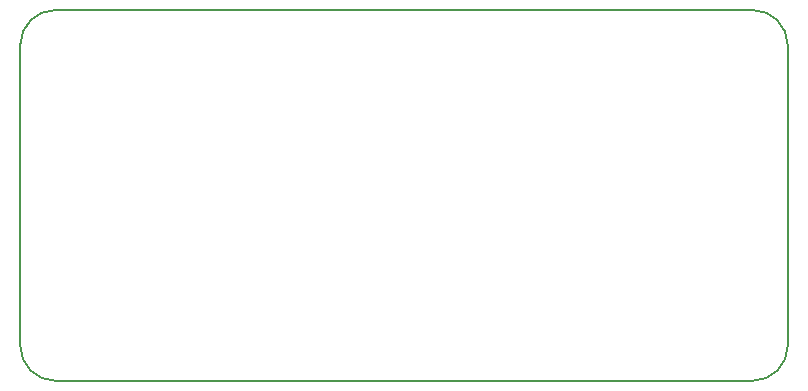
<source format=gbr>
G04 #@! TF.GenerationSoftware,KiCad,Pcbnew,5.1.0*
G04 #@! TF.CreationDate,2019-12-31T07:13:36-05:00*
G04 #@! TF.ProjectId,Capacitive_Touch_Lid,43617061-6369-4746-9976-655f546f7563,rev?*
G04 #@! TF.SameCoordinates,Original*
G04 #@! TF.FileFunction,Profile,NP*
%FSLAX46Y46*%
G04 Gerber Fmt 4.6, Leading zero omitted, Abs format (unit mm)*
G04 Created by KiCad (PCBNEW 5.1.0) date 2019-12-31 07:13:36*
%MOMM*%
%LPD*%
G04 APERTURE LIST*
%ADD10C,0.150000*%
G04 APERTURE END LIST*
D10*
X82500000Y-106500000D02*
G75*
G03X85500000Y-109500000I3000000J0D01*
G01*
X85500000Y-109500000D02*
X144500000Y-109500000D01*
X85500000Y-78100000D02*
X144500000Y-78100000D01*
X147500000Y-106500000D02*
X147500000Y-81100000D01*
X144500000Y-109500000D02*
G75*
G03X147500000Y-106500000I0J3000000D01*
G01*
X82500000Y-106500000D02*
X82500000Y-81100000D01*
X85500000Y-78100000D02*
G75*
G03X82500000Y-81100000I0J-3000000D01*
G01*
X147500000Y-81100000D02*
G75*
G03X144500000Y-78100000I-3000000J0D01*
G01*
M02*

</source>
